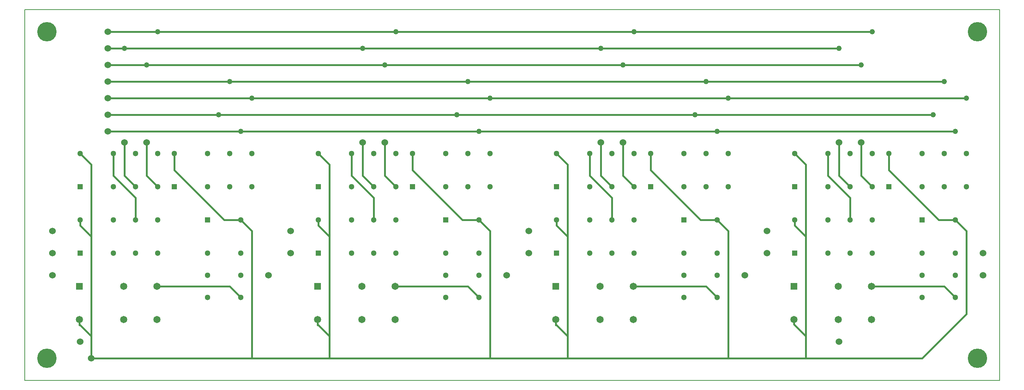
<source format=gbr>
G04 EasyPC Gerber Version 21.0.3 Build 4286 *
G04 #@! TF.Part,Single*
G04 #@! TF.FileFunction,Copper,L1,Top *
G04 #@! TF.FilePolarity,Positive *
%FSLAX35Y35*%
%MOIN*%
G04 #@! TA.AperFunction,ComponentPad*
%ADD15R,0.05118X0.05118*%
%ADD18R,0.06496X0.06496*%
G04 #@! TD.AperFunction*
%ADD12C,0.00500*%
%ADD19C,0.01500*%
G04 #@! TA.AperFunction,ViaPad*
%ADD26C,0.04800*%
G04 #@! TA.AperFunction,ComponentPad*
%ADD16C,0.05118*%
G04 #@! TA.AperFunction,WasherPad*
%ADD13C,0.06000*%
G04 #@! TA.AperFunction,ComponentPad*
%ADD17C,0.06496*%
G04 #@! TA.AperFunction,WasherPad*
%ADD14C,0.17500*%
X0Y0D02*
D02*
D12*
X250Y250D02*
X880250D01*
Y335250*
X250*
Y250*
D02*
D13*
X25250Y95250D03*
Y115250D03*
Y135250D03*
X50250Y35250D03*
X60250Y20250D03*
X75250Y225250D03*
Y240250D03*
Y255250D03*
Y270250D03*
Y285250D03*
Y300250D03*
Y315250D03*
X90250Y215250D03*
X110250D03*
X220250Y95250D03*
X240250Y115250D03*
Y135250D03*
X305250Y215250D03*
X325250D03*
X435250Y95250D03*
X455250Y115250D03*
Y135250D03*
X520250Y215250D03*
X540250D03*
X650250Y95250D03*
X670250Y115250D03*
Y135250D03*
X735250Y35250D03*
Y215250D03*
X755250D03*
X865250Y95250D03*
Y115250D03*
D02*
D14*
X20250Y20250D03*
Y315250D03*
X860250Y20250D03*
Y315250D03*
D02*
D15*
X50250Y115250D03*
Y175250D03*
X135250D03*
X165250Y145250D03*
X265250Y115250D03*
Y175250D03*
X350250D03*
X380250Y145250D03*
X480250Y115250D03*
Y175250D03*
X565250D03*
X595250Y145250D03*
X695250Y115250D03*
Y175250D03*
X780250D03*
X810250Y145250D03*
D02*
D16*
X50250D03*
Y205250D03*
X80250Y115250D03*
Y145250D03*
Y175250D03*
Y205250D03*
X100250Y115250D03*
Y145250D03*
Y175250D03*
Y205250D03*
X120250Y115250D03*
Y145250D03*
Y175250D03*
Y205250D03*
X135250D03*
X165250Y75250D03*
Y95250D03*
Y115250D03*
Y175250D03*
Y205250D03*
X185250Y175250D03*
Y205250D03*
X195250Y75250D03*
Y95250D03*
Y115250D03*
Y145250D03*
X205250Y175250D03*
Y205250D03*
X265250Y145250D03*
Y205250D03*
X295250Y115250D03*
Y145250D03*
Y175250D03*
Y205250D03*
X315250Y115250D03*
Y145250D03*
Y175250D03*
Y205250D03*
X335250Y115250D03*
Y145250D03*
Y175250D03*
Y205250D03*
X350250D03*
X380250Y75250D03*
Y95250D03*
Y115250D03*
Y175250D03*
Y205250D03*
X400250Y175250D03*
Y205250D03*
X410250Y75250D03*
Y95250D03*
Y115250D03*
Y145250D03*
X420250Y175250D03*
Y205250D03*
X480250Y145250D03*
Y205250D03*
X510250Y115250D03*
Y145250D03*
Y175250D03*
Y205250D03*
X530250Y115250D03*
Y145250D03*
Y175250D03*
Y205250D03*
X550250Y115250D03*
Y145250D03*
Y175250D03*
Y205250D03*
X565250D03*
X595250Y75250D03*
Y95250D03*
Y115250D03*
Y175250D03*
Y205250D03*
X615250Y175250D03*
Y205250D03*
X625250Y75250D03*
Y95250D03*
Y115250D03*
Y145250D03*
X635250Y175250D03*
Y205250D03*
X695250Y145250D03*
Y205250D03*
X725250Y115250D03*
Y145250D03*
Y175250D03*
Y205250D03*
X745250Y115250D03*
Y145250D03*
Y175250D03*
Y205250D03*
X765250Y115250D03*
Y145250D03*
Y175250D03*
Y205250D03*
X780250D03*
X810250Y75250D03*
Y95250D03*
Y115250D03*
Y175250D03*
Y205250D03*
X830250Y175250D03*
Y205250D03*
X840250Y75250D03*
Y95250D03*
Y115250D03*
Y145250D03*
X850250Y175250D03*
Y205250D03*
D02*
D17*
X49581Y55250D03*
X89581D03*
Y85250D03*
X119581Y55250D03*
Y85250D03*
X264581Y55250D03*
X304581D03*
Y85250D03*
X334581Y55250D03*
Y85250D03*
X479581Y55250D03*
X519581D03*
Y85250D03*
X549581Y55250D03*
Y85250D03*
X694581Y55250D03*
X734581D03*
Y85250D03*
X764581Y55250D03*
Y85250D03*
D02*
D18*
X49581D03*
X264581D03*
X479581D03*
X694581D03*
D02*
D19*
X49581Y55250D02*
Y50250D01*
X50250*
X60250Y40250*
X50250Y205250D02*
X60250Y195250D01*
Y130250*
Y40250D02*
Y20250D01*
Y130250D02*
Y40250D01*
Y130250D02*
X50250Y140250D01*
Y145250*
X75250Y225250D02*
X195250D01*
X75250Y240250D02*
X175250D01*
X75250Y255250D02*
X205250D01*
X75250Y270250D02*
X185250D01*
X75250Y285250D02*
X110250D01*
X75250Y300250D02*
X90250D01*
X75250Y315250D02*
X120250D01*
X80250Y205250D02*
Y185250D01*
X100250Y165250*
Y145250*
X90250Y215250D02*
Y185250D01*
X100250Y175250*
X90250Y300250D02*
X305250D01*
X110250Y215250D02*
Y185250D01*
X120250Y175250*
X110250Y285250D02*
X325250D01*
X119581Y85250D02*
X185250D01*
X195250Y75250*
X120250Y315250D02*
X335250D01*
X135250Y205250D02*
Y190250D01*
X180250Y145250*
X195250*
X175250Y240250D02*
X390250D01*
X185250Y270250D02*
X400250D01*
X195250Y225250D02*
X410250D01*
X205250Y20250D02*
X275250D01*
X205250D02*
Y135250D01*
X195250Y145250*
X205250Y20250D02*
X60250D01*
X205250Y255250D02*
X420250D01*
X264581Y55250D02*
Y50250D01*
X265250*
X275250Y40250*
X265250Y205250D02*
X275250Y195250D01*
Y130250*
Y20250D02*
X420250D01*
X275250Y40250D02*
Y20250D01*
Y130250D02*
Y40250D01*
Y130250D02*
X265250Y140250D01*
Y145250*
X295250Y205250D02*
Y185250D01*
X315250Y165250*
Y145250*
X305250Y215250D02*
Y185250D01*
X315250Y175250*
X305250Y300250D02*
X520250D01*
X325250Y215250D02*
Y185250D01*
X335250Y175250*
X325250Y285250D02*
X540250D01*
X334581Y85250D02*
X400250D01*
X410250Y75250*
X335250Y315250D02*
X550250D01*
X350250Y205250D02*
Y190250D01*
X395250Y145250*
X410250*
X390250Y240250D02*
X605250D01*
X400250Y270250D02*
X615250D01*
X410250Y145250D02*
X420250Y135250D01*
Y20250*
X410250Y225250D02*
X625250D01*
X420250Y20250D02*
X490250D01*
X420250Y255250D02*
X635250D01*
X479581Y55250D02*
Y50250D01*
X480250*
X490250Y40250*
X480250Y205250D02*
X490250Y195250D01*
Y130250*
Y20250D02*
X635250D01*
X490250Y40250D02*
Y20250D01*
Y130250D02*
Y40250D01*
Y130250D02*
X480250Y140250D01*
Y145250*
X510250Y205250D02*
Y185250D01*
X530250Y165250*
Y145250*
X520250Y215250D02*
Y185250D01*
X530250Y175250*
X520250Y300250D02*
X735250D01*
X540250Y215250D02*
Y185250D01*
X550250Y175250*
X540250Y285250D02*
X755250D01*
X549581Y85250D02*
X615250D01*
X625250Y75250*
X550250Y315250D02*
X765250D01*
X565250Y205250D02*
Y190250D01*
X610250Y145250*
X625250*
X605250Y240250D02*
X820250D01*
X615250Y270250D02*
X830250D01*
X625250Y145250D02*
X635250Y135250D01*
Y20250*
X625250Y225250D02*
X840250D01*
X635250Y20250D02*
X705250D01*
X635250Y255250D02*
X850250D01*
X694581Y55250D02*
Y50919D01*
X705250Y40250*
X695250Y205250D02*
X705250Y195250D01*
Y130250*
Y20250D02*
X810250D01*
X850250Y60250*
Y135250*
X840250Y145250*
X705250Y40250D02*
Y20250D01*
Y130250D02*
Y40250D01*
Y130250D02*
X695250Y140250D01*
Y145250*
X725250Y205250D02*
Y185250D01*
X745250Y165250*
Y145250*
X735250Y215250D02*
Y185250D01*
X745250Y175250*
X755250Y215250D02*
Y185250D01*
X765250Y175250*
X764581Y85250D02*
X830250D01*
X840250Y75250*
X780250Y205250D02*
Y190250D01*
X825250Y145250*
X840250*
D02*
D26*
X90250Y300250D03*
X110250Y285250D03*
X120250Y315250D03*
X175250Y240250D03*
X185250Y270250D03*
X195250Y225250D03*
X205250Y255250D03*
X305250Y300250D03*
X325250Y285250D03*
X335250Y315250D03*
X390250Y240250D03*
X400250Y270250D03*
X410250Y225250D03*
X420250Y255250D03*
X520250Y300250D03*
X540250Y285250D03*
X550250Y315250D03*
X605250Y240250D03*
X615250Y270250D03*
X625250Y225250D03*
X635250Y255250D03*
X735250Y300250D03*
X755250Y285250D03*
X765250Y315250D03*
X820250Y240250D03*
X830250Y270250D03*
X840250Y225250D03*
X850250Y255250D03*
X0Y0D02*
M02*

</source>
